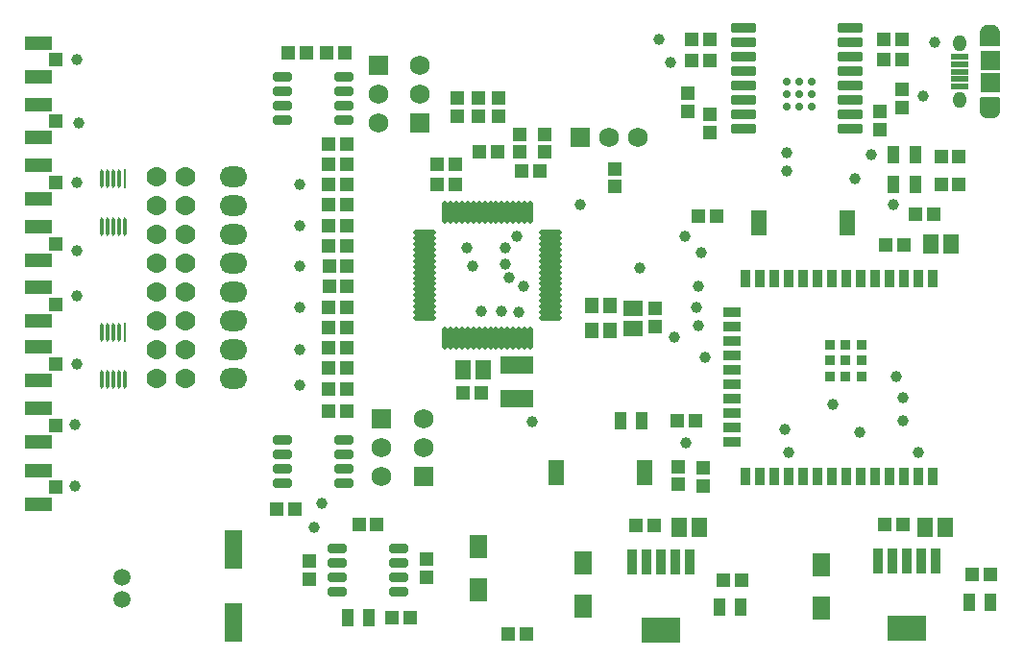
<source format=gts>
G04*
G04 #@! TF.GenerationSoftware,Altium Limited,Altium Designer,22.11.1 (43)*
G04*
G04 Layer_Color=8388736*
%FSLAX44Y44*%
%MOMM*%
G71*
G04*
G04 #@! TF.SameCoordinates,C851D113-A8C7-42F9-9C4B-FB2C255A0ABB*
G04*
G04*
G04 #@! TF.FilePolarity,Negative*
G04*
G01*
G75*
%ADD19R,0.2758X1.6544*%
G04:AMPARAMS|DCode=20|XSize=1.6544mm|YSize=0.2758mm|CornerRadius=0.1379mm|HoleSize=0mm|Usage=FLASHONLY|Rotation=270.000|XOffset=0mm|YOffset=0mm|HoleType=Round|Shape=RoundedRectangle|*
%AMROUNDEDRECTD20*
21,1,1.6544,0.0000,0,0,270.0*
21,1,1.3786,0.2758,0,0,270.0*
1,1,0.2758,0.0000,-0.6893*
1,1,0.2758,0.0000,0.6893*
1,1,0.2758,0.0000,0.6893*
1,1,0.2758,0.0000,-0.6893*
%
%ADD20ROUNDEDRECTD20*%
%ADD39R,0.9000X1.5000*%
%ADD40R,1.5000X0.9000*%
%ADD41R,0.9000X0.9000*%
%ADD44R,1.3532X1.6532*%
%ADD45R,1.1532X1.2032*%
%ADD46R,1.1532X1.1532*%
G04:AMPARAMS|DCode=47|XSize=0.8032mm|YSize=1.6532mm|CornerRadius=0.1316mm|HoleSize=0mm|Usage=FLASHONLY|Rotation=270.000|XOffset=0mm|YOffset=0mm|HoleType=Round|Shape=RoundedRectangle|*
%AMROUNDEDRECTD47*
21,1,0.8032,1.3900,0,0,270.0*
21,1,0.5400,1.6532,0,0,270.0*
1,1,0.2632,-0.6950,-0.2700*
1,1,0.2632,-0.6950,0.2700*
1,1,0.2632,0.6950,0.2700*
1,1,0.2632,0.6950,-0.2700*
%
%ADD47ROUNDEDRECTD47*%
%ADD48R,2.9032X1.5032*%
%ADD49R,1.1532X1.1532*%
%ADD50R,1.1032X1.6032*%
%ADD51R,1.2032X1.1532*%
%ADD52R,1.5032X3.5032*%
%ADD53R,1.3532X1.6532*%
%ADD54R,1.5032X2.0032*%
%ADD55R,1.2532X1.2532*%
%ADD56R,2.4032X1.2532*%
%ADD57R,1.4532X2.3032*%
%ADD58R,0.8532X2.2032*%
%ADD59R,3.4032X2.2032*%
%ADD60R,1.1532X1.4032*%
%ADD61R,1.6532X1.3532*%
G04:AMPARAMS|DCode=62|XSize=0.8032mm|YSize=2.2032mm|CornerRadius=0.1316mm|HoleSize=0mm|Usage=FLASHONLY|Rotation=270.000|XOffset=0mm|YOffset=0mm|HoleType=Round|Shape=RoundedRectangle|*
%AMROUNDEDRECTD62*
21,1,0.8032,1.9400,0,0,270.0*
21,1,0.5400,2.2032,0,0,270.0*
1,1,0.2632,-0.9700,-0.2700*
1,1,0.2632,-0.9700,0.2700*
1,1,0.2632,0.9700,0.2700*
1,1,0.2632,0.9700,-0.2700*
%
%ADD62ROUNDEDRECTD62*%
%ADD63O,2.0032X0.5032*%
%ADD64O,0.5032X2.0032*%
%ADD65R,1.7532X1.7032*%
%ADD66R,1.5532X0.6032*%
%ADD67C,1.5032*%
%ADD68C,1.7532*%
%ADD69R,1.7532X1.7532*%
%ADD70O,1.1532X1.4532*%
%ADD71R,1.7532X1.7532*%
%ADD72C,1.7732*%
%ADD73O,2.4532X1.8032*%
%ADD74C,1.0032*%
%ADD75C,0.7032*%
G36*
X1021289Y1373331D02*
X1021289D01*
X1021975Y1373274D01*
X1021975D01*
X1022107Y1373254D01*
X1022780Y1373107D01*
X1022780D01*
X1022908Y1373071D01*
X1023557Y1372838D01*
X1023610Y1372814D01*
X1023679Y1372784D01*
X1024291Y1372469D01*
X1024291Y1372469D01*
X1024405Y1372400D01*
X1024971Y1372007D01*
X1024971Y1372007D01*
X1025076Y1371924D01*
X1025585Y1371461D01*
X1025678Y1371365D01*
X1026123Y1370839D01*
X1026123Y1370839D01*
X1026202Y1370732D01*
X1026574Y1370152D01*
X1026639Y1370036D01*
X1026639Y1370036D01*
X1026933Y1369412D01*
X1026981Y1369288D01*
X1027191Y1368632D01*
X1027223Y1368503D01*
X1027346Y1367825D01*
X1027361Y1367693D01*
Y1367693D01*
D01*
X1027377Y1367348D01*
X1027377Y1367324D01*
X1027378Y1367300D01*
Y1355850D01*
X1027370Y1355717D01*
X1027344Y1355587D01*
X1027301Y1355460D01*
X1027242Y1355341D01*
X1027168Y1355230D01*
X1027080Y1355130D01*
X1026980Y1355042D01*
X1026869Y1354968D01*
X1026750Y1354909D01*
X1026624Y1354866D01*
X1026493Y1354841D01*
X1026360Y1354832D01*
X1010860D01*
X1010727Y1354841D01*
X1010596Y1354866D01*
X1010470Y1354909D01*
X1010351Y1354968D01*
X1010240Y1355042D01*
X1010140Y1355130D01*
X1010052Y1355230D01*
X1009978Y1355341D01*
X1009919Y1355460D01*
X1009876Y1355587D01*
X1009851Y1355717D01*
X1009842Y1355850D01*
X1009842Y1367300D01*
X1009843Y1367324D01*
X1009843Y1367348D01*
X1009859Y1367693D01*
X1009873Y1367810D01*
X1009874Y1367825D01*
X1009997Y1368503D01*
X1010029Y1368632D01*
X1010239Y1369288D01*
X1010287Y1369412D01*
X1010581Y1370036D01*
X1010581Y1370036D01*
X1010646Y1370152D01*
X1011018Y1370732D01*
X1011097Y1370839D01*
X1011097Y1370839D01*
X1011542Y1371365D01*
X1011635Y1371461D01*
D01*
X1011635Y1371461D01*
X1012144Y1371924D01*
X1012166Y1371941D01*
X1012249Y1372007D01*
X1012815Y1372400D01*
X1012858Y1372426D01*
X1012929Y1372469D01*
X1013541Y1372784D01*
X1013626Y1372822D01*
X1013663Y1372838D01*
X1014311Y1373071D01*
X1014312Y1373071D01*
X1014411Y1373099D01*
X1014440Y1373107D01*
X1014440D01*
X1015113Y1373254D01*
X1015245Y1373274D01*
X1015245D01*
X1015931Y1373331D01*
X1016064Y1373333D01*
D01*
X1016064D01*
X1016064D01*
X1016384Y1373318D01*
X1020836Y1373318D01*
X1021156Y1373333D01*
X1021289Y1373331D01*
D02*
G37*
G36*
X1026493Y1309759D02*
X1026624Y1309733D01*
X1026750Y1309691D01*
X1026869Y1309632D01*
X1026980Y1309558D01*
X1027080Y1309470D01*
X1027168Y1309370D01*
X1027242Y1309259D01*
X1027301Y1309140D01*
X1027344Y1309014D01*
X1027370Y1308883D01*
X1027378Y1308750D01*
X1027378Y1297300D01*
X1027377Y1297276D01*
X1027377Y1297252D01*
X1027361Y1296908D01*
X1027347Y1296790D01*
X1027346Y1296775D01*
X1027223Y1296097D01*
X1027191Y1295968D01*
X1026981Y1295312D01*
X1026933Y1295188D01*
X1026639Y1294565D01*
X1026639Y1294564D01*
X1026574Y1294448D01*
X1026202Y1293868D01*
X1026123Y1293761D01*
X1026123Y1293761D01*
X1025678Y1293235D01*
X1025585Y1293139D01*
D01*
X1025585Y1293139D01*
X1025076Y1292676D01*
X1025054Y1292659D01*
X1024971Y1292593D01*
X1024405Y1292200D01*
X1024362Y1292174D01*
X1024291Y1292131D01*
X1023679Y1291815D01*
X1023594Y1291779D01*
X1023557Y1291762D01*
X1022909Y1291529D01*
X1022908Y1291529D01*
X1022809Y1291501D01*
X1022780Y1291492D01*
X1022780D01*
X1022107Y1291346D01*
X1021975Y1291326D01*
X1021975D01*
X1021289Y1291269D01*
X1021156Y1291267D01*
D01*
X1021156D01*
X1021156D01*
X1020836Y1291282D01*
X1016384Y1291282D01*
X1016064Y1291267D01*
X1015931Y1291269D01*
X1015931D01*
X1015245Y1291326D01*
X1015245D01*
X1015113Y1291346D01*
X1014440Y1291492D01*
X1014440D01*
X1014312Y1291529D01*
X1013663Y1291762D01*
X1013610Y1291785D01*
X1013541Y1291815D01*
X1012929Y1292131D01*
X1012929Y1292131D01*
X1012815Y1292200D01*
X1012249Y1292593D01*
X1012249Y1292593D01*
X1012144Y1292676D01*
X1011635Y1293139D01*
X1011542Y1293235D01*
X1011097Y1293761D01*
X1011097Y1293761D01*
X1011018Y1293868D01*
X1010646Y1294448D01*
X1010581Y1294564D01*
X1010581Y1294565D01*
X1010287Y1295188D01*
X1010239Y1295312D01*
X1010029Y1295968D01*
X1009997Y1296097D01*
X1009874Y1296775D01*
X1009859Y1296907D01*
Y1296908D01*
D01*
X1009843Y1297251D01*
X1009843Y1297276D01*
X1009842Y1297300D01*
Y1308750D01*
X1009851Y1308883D01*
X1009876Y1309014D01*
X1009919Y1309140D01*
X1009978Y1309259D01*
X1010052Y1309370D01*
X1010140Y1309470D01*
X1010240Y1309558D01*
X1010351Y1309632D01*
X1010470Y1309691D01*
X1010596Y1309733D01*
X1010727Y1309759D01*
X1010860Y1309768D01*
X1026360D01*
X1026493Y1309759D01*
D02*
G37*
D19*
X255860Y1102752D02*
D03*
Y1237803D02*
D03*
D20*
X250860Y1102752D02*
D03*
X245860D02*
D03*
X240860D02*
D03*
X235860D02*
D03*
Y1060746D02*
D03*
X240860D02*
D03*
X245860D02*
D03*
X250860D02*
D03*
X255860D02*
D03*
X250860Y1237803D02*
D03*
X245860D02*
D03*
X240860D02*
D03*
X235860D02*
D03*
Y1195797D02*
D03*
X240860D02*
D03*
X245860D02*
D03*
X250860D02*
D03*
X255860D02*
D03*
D39*
X968460Y1150300D02*
D03*
X955760D02*
D03*
X943060D02*
D03*
X930360D02*
D03*
X917660D02*
D03*
X904960D02*
D03*
X892260D02*
D03*
X879560D02*
D03*
X866860D02*
D03*
X854160D02*
D03*
X841460D02*
D03*
X828760D02*
D03*
X816060D02*
D03*
X803360D02*
D03*
Y975300D02*
D03*
X816060D02*
D03*
X828760D02*
D03*
X841460D02*
D03*
X854160D02*
D03*
X866860D02*
D03*
X879560D02*
D03*
X892260D02*
D03*
X904960D02*
D03*
X917660D02*
D03*
X930360D02*
D03*
X943060D02*
D03*
X955760D02*
D03*
X968460D02*
D03*
D40*
X790860Y1119900D02*
D03*
Y1107200D02*
D03*
Y1094500D02*
D03*
Y1081800D02*
D03*
Y1069100D02*
D03*
Y1056400D02*
D03*
Y1043700D02*
D03*
Y1031000D02*
D03*
Y1018300D02*
D03*
Y1005600D02*
D03*
D41*
X905260Y1091800D02*
D03*
Y1077800D02*
D03*
Y1063800D02*
D03*
X891260Y1091800D02*
D03*
Y1077800D02*
D03*
Y1063800D02*
D03*
X877260Y1091800D02*
D03*
Y1077800D02*
D03*
Y1063800D02*
D03*
D44*
X762643Y930288D02*
D03*
X744643D02*
D03*
X961560Y930800D02*
D03*
X979560D02*
D03*
X966495Y1180550D02*
D03*
X984495D02*
D03*
D45*
X435860Y1124800D02*
D03*
X451860D02*
D03*
X435860Y1088800D02*
D03*
X451860D02*
D03*
X435860Y1052800D02*
D03*
X451860D02*
D03*
X435860Y1196800D02*
D03*
X451860D02*
D03*
X435860Y1232800D02*
D03*
X451860D02*
D03*
X436110Y1160800D02*
D03*
X452110D02*
D03*
X554299Y1048800D02*
D03*
X570299D02*
D03*
X722755Y932288D02*
D03*
X706755D02*
D03*
X941860Y932800D02*
D03*
X925860D02*
D03*
X568860Y1262005D02*
D03*
X584860D02*
D03*
X605860Y1244800D02*
D03*
X621860D02*
D03*
X531299Y1232800D02*
D03*
X547299D02*
D03*
D46*
X452110Y1142800D02*
D03*
X436110D02*
D03*
X451860Y1070800D02*
D03*
X435860D02*
D03*
X451860Y1106800D02*
D03*
X435860D02*
D03*
X451860Y1268800D02*
D03*
X435860D02*
D03*
X451860Y1214800D02*
D03*
X435860D02*
D03*
X451860Y1178800D02*
D03*
X435860D02*
D03*
X451860Y1250800D02*
D03*
X435860D02*
D03*
X415860Y1348800D02*
D03*
X399860D02*
D03*
X449860D02*
D03*
X433860D02*
D03*
X462370Y932800D02*
D03*
X478370D02*
D03*
X491860Y850800D02*
D03*
X507860D02*
D03*
X451860Y1032800D02*
D03*
X435860D02*
D03*
X405860Y946800D02*
D03*
X389860D02*
D03*
X593860Y836800D02*
D03*
X609860D02*
D03*
X783643Y884288D02*
D03*
X799643D02*
D03*
X1019050Y888800D02*
D03*
X1003050D02*
D03*
X742932Y1024800D02*
D03*
X758932D02*
D03*
X991441Y1232800D02*
D03*
X975441D02*
D03*
X968745Y1206800D02*
D03*
X952745D02*
D03*
X991441Y1257550D02*
D03*
X975441D02*
D03*
X755860Y1342288D02*
D03*
X771860D02*
D03*
X755860Y1360600D02*
D03*
X771860D02*
D03*
X925110D02*
D03*
X941110D02*
D03*
X925110Y1342500D02*
D03*
X941110D02*
D03*
X926860Y1179178D02*
D03*
X942860D02*
D03*
X761860Y1204800D02*
D03*
X777860D02*
D03*
X547299Y1250800D02*
D03*
X531299D02*
D03*
D47*
X449110Y1302450D02*
D03*
Y1315150D02*
D03*
Y1327850D02*
D03*
X394610Y1315150D02*
D03*
Y1327850D02*
D03*
Y1302450D02*
D03*
Y1289750D02*
D03*
X449110D02*
D03*
X443120Y898932D02*
D03*
Y886232D02*
D03*
Y873532D02*
D03*
X497620Y886232D02*
D03*
Y873532D02*
D03*
Y898932D02*
D03*
Y911632D02*
D03*
X443120D02*
D03*
X449110Y982450D02*
D03*
Y995150D02*
D03*
Y1007850D02*
D03*
X394610Y995150D02*
D03*
Y1007850D02*
D03*
Y982450D02*
D03*
Y969750D02*
D03*
X449110D02*
D03*
D48*
X601860Y1073800D02*
D03*
Y1043800D02*
D03*
D49*
X522370Y886982D02*
D03*
Y902982D02*
D03*
X765860Y967300D02*
D03*
Y983300D02*
D03*
X743860Y968300D02*
D03*
Y984300D02*
D03*
X687860Y1246800D02*
D03*
Y1230800D02*
D03*
X585360Y1293300D02*
D03*
Y1309300D02*
D03*
X549360Y1293300D02*
D03*
Y1309300D02*
D03*
X567360D02*
D03*
Y1293300D02*
D03*
D50*
X452360Y851300D02*
D03*
X471360D02*
D03*
X799143Y860288D02*
D03*
X780143D02*
D03*
X1019360Y864800D02*
D03*
X1000360D02*
D03*
X692860Y1024800D02*
D03*
X711860D02*
D03*
X933860Y1232800D02*
D03*
X952860D02*
D03*
X933860Y1258800D02*
D03*
X952860D02*
D03*
D51*
X418370Y884982D02*
D03*
Y900982D02*
D03*
X723860Y1107300D02*
D03*
Y1123300D02*
D03*
X941360Y1300800D02*
D03*
Y1316800D02*
D03*
X752610Y1313100D02*
D03*
Y1297100D02*
D03*
X771860Y1278800D02*
D03*
Y1294800D02*
D03*
X921860Y1296800D02*
D03*
Y1280800D02*
D03*
X625860Y1277300D02*
D03*
Y1261300D02*
D03*
X604428Y1277300D02*
D03*
Y1261300D02*
D03*
D52*
X351860Y846800D02*
D03*
Y910800D02*
D03*
D53*
X572299Y1069300D02*
D03*
X554299D02*
D03*
D54*
X567860Y875982D02*
D03*
Y913982D02*
D03*
X659643Y899288D02*
D03*
Y861288D02*
D03*
X869860Y859800D02*
D03*
Y897800D02*
D03*
D55*
X194862Y965898D02*
D03*
Y1127442D02*
D03*
Y1180782D02*
D03*
Y1020762D02*
D03*
Y1074610D02*
D03*
Y1288732D02*
D03*
Y1234630D02*
D03*
Y1342580D02*
D03*
D56*
X179612Y951148D02*
D03*
Y980648D02*
D03*
Y1112692D02*
D03*
Y1142192D02*
D03*
Y1166032D02*
D03*
Y1195532D02*
D03*
Y1006012D02*
D03*
Y1035512D02*
D03*
Y1059860D02*
D03*
Y1089360D02*
D03*
Y1273982D02*
D03*
Y1303482D02*
D03*
Y1219880D02*
D03*
Y1249380D02*
D03*
Y1327830D02*
D03*
Y1357330D02*
D03*
D57*
X636360Y978800D02*
D03*
X713860D02*
D03*
X815110Y1198800D02*
D03*
X892610D02*
D03*
D58*
X754343Y900288D02*
D03*
X741643D02*
D03*
X728943D02*
D03*
X716243D02*
D03*
X703543D02*
D03*
X971010Y901340D02*
D03*
X945610D02*
D03*
X932910D02*
D03*
X920210D02*
D03*
X958310D02*
D03*
D59*
X728943Y840288D02*
D03*
X945610Y841340D02*
D03*
D60*
X684110Y1104300D02*
D03*
Y1126300D02*
D03*
X667610D02*
D03*
Y1104300D02*
D03*
D61*
X703860Y1105800D02*
D03*
Y1123800D02*
D03*
D62*
X895510Y1281700D02*
D03*
Y1294400D02*
D03*
Y1307100D02*
D03*
Y1319800D02*
D03*
Y1332500D02*
D03*
Y1345200D02*
D03*
Y1357900D02*
D03*
Y1370600D02*
D03*
X801510Y1281700D02*
D03*
Y1294400D02*
D03*
Y1307100D02*
D03*
Y1319800D02*
D03*
Y1332500D02*
D03*
Y1345200D02*
D03*
Y1357900D02*
D03*
Y1370600D02*
D03*
D63*
X520360Y1190300D02*
D03*
Y1185300D02*
D03*
Y1180300D02*
D03*
Y1175300D02*
D03*
Y1170300D02*
D03*
Y1165300D02*
D03*
Y1160300D02*
D03*
Y1155300D02*
D03*
Y1150300D02*
D03*
Y1145300D02*
D03*
Y1140300D02*
D03*
Y1135300D02*
D03*
Y1130300D02*
D03*
Y1125300D02*
D03*
Y1120300D02*
D03*
Y1115300D02*
D03*
X631360D02*
D03*
Y1120300D02*
D03*
Y1125300D02*
D03*
Y1130300D02*
D03*
Y1135300D02*
D03*
Y1140300D02*
D03*
Y1145300D02*
D03*
Y1150300D02*
D03*
Y1155300D02*
D03*
Y1160300D02*
D03*
Y1165300D02*
D03*
Y1170300D02*
D03*
Y1175300D02*
D03*
Y1180300D02*
D03*
Y1185300D02*
D03*
Y1190300D02*
D03*
D64*
X538360Y1097300D02*
D03*
X543360D02*
D03*
X548360D02*
D03*
X553360D02*
D03*
X558360D02*
D03*
X563360D02*
D03*
X568360D02*
D03*
X573360D02*
D03*
X578360D02*
D03*
X583360D02*
D03*
X588360D02*
D03*
X593360D02*
D03*
X598360D02*
D03*
X603360D02*
D03*
X608360D02*
D03*
X613360D02*
D03*
Y1208300D02*
D03*
X608360D02*
D03*
X603360D02*
D03*
X598360D02*
D03*
X593360D02*
D03*
X588360D02*
D03*
X583360D02*
D03*
X578360D02*
D03*
X573360D02*
D03*
X568360D02*
D03*
X563360D02*
D03*
X558360D02*
D03*
X553360D02*
D03*
X548360D02*
D03*
X543360D02*
D03*
X538360D02*
D03*
D65*
X1018610Y1322300D02*
D03*
Y1342300D02*
D03*
D66*
X991860Y1338800D02*
D03*
Y1345300D02*
D03*
Y1325800D02*
D03*
Y1332300D02*
D03*
Y1319300D02*
D03*
D67*
X253860Y866800D02*
D03*
Y886800D02*
D03*
D68*
X519860Y1026200D02*
D03*
Y1000800D02*
D03*
X707885Y1274175D02*
D03*
X682485D02*
D03*
X515860Y1337600D02*
D03*
Y1312200D02*
D03*
X479860Y1286800D02*
D03*
Y1312200D02*
D03*
X481860Y975400D02*
D03*
Y1000800D02*
D03*
D69*
X519860Y975400D02*
D03*
X515860Y1286800D02*
D03*
X479860Y1337600D02*
D03*
X481860Y1026200D02*
D03*
D70*
X991610Y1357300D02*
D03*
Y1307300D02*
D03*
D71*
X657085Y1274175D02*
D03*
D72*
X284460Y1061900D02*
D03*
X309860D02*
D03*
X284460Y1087300D02*
D03*
X309860D02*
D03*
X284460Y1112700D02*
D03*
X309860D02*
D03*
X284460Y1138100D02*
D03*
X309860D02*
D03*
X284460Y1163500D02*
D03*
X309860D02*
D03*
X284460Y1188900D02*
D03*
X309860D02*
D03*
X284460Y1214300D02*
D03*
X309860D02*
D03*
X284460Y1239700D02*
D03*
X309860D02*
D03*
D73*
X351860Y1087300D02*
D03*
Y1138100D02*
D03*
Y1163500D02*
D03*
Y1239700D02*
D03*
Y1214300D02*
D03*
Y1188900D02*
D03*
Y1112700D02*
D03*
Y1061900D02*
D03*
D74*
X959860Y1310800D02*
D03*
X933860Y1214800D02*
D03*
X913860Y1258800D02*
D03*
X899860Y1237550D02*
D03*
X955760Y996800D02*
D03*
X838051Y1017080D02*
D03*
X767860Y1080800D02*
D03*
X763860Y1172800D02*
D03*
X840905Y996800D02*
D03*
X761860Y1142800D02*
D03*
X759860Y1124800D02*
D03*
X750932Y1004800D02*
D03*
X761860Y1108800D02*
D03*
X709860Y1158800D02*
D03*
X615360Y1023510D02*
D03*
X740493Y1098600D02*
D03*
X749860Y1186800D02*
D03*
X213860Y1074800D02*
D03*
X211860Y966800D02*
D03*
X429860Y951550D02*
D03*
X423371Y930800D02*
D03*
X591860Y1162800D02*
D03*
X562860Y1160800D02*
D03*
X557860Y1176800D02*
D03*
X409860Y1196800D02*
D03*
Y1232800D02*
D03*
Y1161050D02*
D03*
X591860Y1176800D02*
D03*
X657860Y1214800D02*
D03*
X736860Y1340800D02*
D03*
X588360Y1120800D02*
D03*
X409860Y1124800D02*
D03*
X969860Y1357900D02*
D03*
X839860Y1260800D02*
D03*
X726860Y1360600D02*
D03*
X839860Y1244800D02*
D03*
X941860Y1044800D02*
D03*
X935860Y1063800D02*
D03*
X903860Y1014800D02*
D03*
X879860Y1038800D02*
D03*
X941860Y1024800D02*
D03*
X569860Y1120800D02*
D03*
X211860Y1020800D02*
D03*
X215860Y1286800D02*
D03*
X213860Y1234800D02*
D03*
Y1174800D02*
D03*
Y1342800D02*
D03*
Y1134800D02*
D03*
X601860Y1186800D02*
D03*
X603360Y1120300D02*
D03*
X595201Y1150800D02*
D03*
X607860Y1142800D02*
D03*
X409985Y1087300D02*
D03*
X410110Y1056243D02*
D03*
D75*
X839360Y1301800D02*
D03*
X850360D02*
D03*
X861360D02*
D03*
X839360Y1312800D02*
D03*
X850360D02*
D03*
X861360D02*
D03*
X839360Y1323800D02*
D03*
X850360D02*
D03*
X861360D02*
D03*
M02*

</source>
